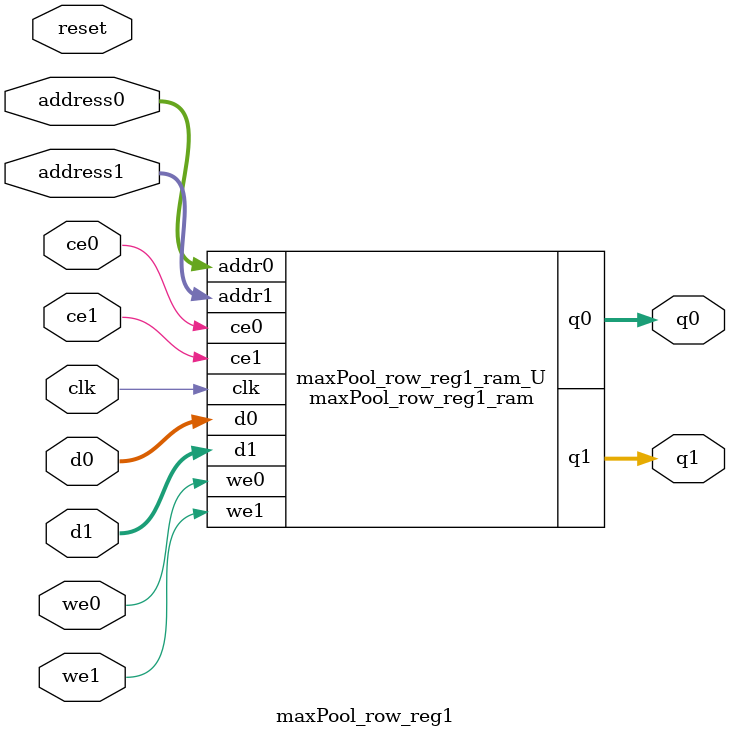
<source format=v>
`timescale 1 ns / 1 ps
module maxPool_row_reg1_ram (addr0, ce0, d0, we0, q0, addr1, ce1, d1, we1, q1,  clk);

parameter DWIDTH = 8;
parameter AWIDTH = 3;
parameter MEM_SIZE = 8;

input[AWIDTH-1:0] addr0;
input ce0;
input[DWIDTH-1:0] d0;
input we0;
output reg[DWIDTH-1:0] q0;
input[AWIDTH-1:0] addr1;
input ce1;
input[DWIDTH-1:0] d1;
input we1;
output reg[DWIDTH-1:0] q1;
input clk;

reg [DWIDTH-1:0] ram[0:MEM_SIZE-1];




always @(posedge clk)  
begin 
    if (ce0) begin
        if (we0) 
            ram[addr0] <= d0; 
        q0 <= ram[addr0];
    end
end


always @(posedge clk)  
begin 
    if (ce1) begin
        if (we1) 
            ram[addr1] <= d1; 
        q1 <= ram[addr1];
    end
end


endmodule

`timescale 1 ns / 1 ps
module maxPool_row_reg1(
    reset,
    clk,
    address0,
    ce0,
    we0,
    d0,
    q0,
    address1,
    ce1,
    we1,
    d1,
    q1);

parameter DataWidth = 32'd8;
parameter AddressRange = 32'd8;
parameter AddressWidth = 32'd3;
input reset;
input clk;
input[AddressWidth - 1:0] address0;
input ce0;
input we0;
input[DataWidth - 1:0] d0;
output[DataWidth - 1:0] q0;
input[AddressWidth - 1:0] address1;
input ce1;
input we1;
input[DataWidth - 1:0] d1;
output[DataWidth - 1:0] q1;



maxPool_row_reg1_ram maxPool_row_reg1_ram_U(
    .clk( clk ),
    .addr0( address0 ),
    .ce0( ce0 ),
    .we0( we0 ),
    .d0( d0 ),
    .q0( q0 ),
    .addr1( address1 ),
    .ce1( ce1 ),
    .we1( we1 ),
    .d1( d1 ),
    .q1( q1 ));

endmodule


</source>
